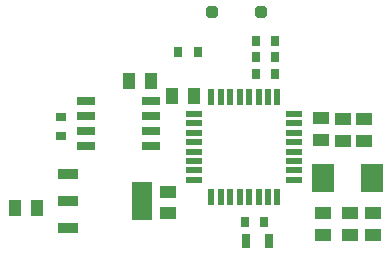
<source format=gtp>
G04*
G04 #@! TF.GenerationSoftware,Altium Limited,Altium Designer,21.4.1 (30)*
G04*
G04 Layer_Color=8421504*
%FSLAX25Y25*%
%MOIN*%
G70*
G04*
G04 #@! TF.SameCoordinates,1284AD4A-ECE2-4980-9B3C-821E3ADC8275*
G04*
G04*
G04 #@! TF.FilePolarity,Positive*
G04*
G01*
G75*
%ADD13R,0.02756X0.03347*%
G04:AMPARAMS|DCode=14|XSize=39.37mil|YSize=39.37mil|CornerRadius=9.84mil|HoleSize=0mil|Usage=FLASHONLY|Rotation=90.000|XOffset=0mil|YOffset=0mil|HoleType=Round|Shape=RoundedRectangle|*
%AMROUNDEDRECTD14*
21,1,0.03937,0.01968,0,0,90.0*
21,1,0.01968,0.03937,0,0,90.0*
1,1,0.01968,0.00984,0.00984*
1,1,0.01968,0.00984,-0.00984*
1,1,0.01968,-0.00984,-0.00984*
1,1,0.01968,-0.00984,0.00984*
%
%ADD14ROUNDEDRECTD14*%
%ADD15R,0.05315X0.03937*%
%ADD16R,0.06890X0.12598*%
%ADD17R,0.06890X0.03740*%
%ADD18R,0.07480X0.09449*%
%ADD19R,0.05807X0.02362*%
%ADD20R,0.02362X0.05807*%
%ADD21R,0.03937X0.05315*%
%ADD22R,0.02953X0.04921*%
%ADD23R,0.06102X0.02756*%
%ADD24R,0.03347X0.02756*%
D13*
X102520Y86898D02*
D03*
X96024D02*
D03*
Y76157D02*
D03*
X102520D02*
D03*
X70150Y83480D02*
D03*
X76646D02*
D03*
X96024Y81528D02*
D03*
X102520D02*
D03*
X92437Y26850D02*
D03*
X98933D02*
D03*
D14*
X97638Y96661D02*
D03*
X81528D02*
D03*
D15*
X124976Y53701D02*
D03*
Y60984D02*
D03*
X117654Y61248D02*
D03*
Y53965D02*
D03*
X66882Y29555D02*
D03*
Y36839D02*
D03*
X132299Y53740D02*
D03*
Y61024D02*
D03*
X118630Y22496D02*
D03*
Y29779D02*
D03*
X135228Y22496D02*
D03*
Y29779D02*
D03*
X127417Y22496D02*
D03*
Y29779D02*
D03*
D16*
X58291Y33685D02*
D03*
D17*
X33488Y24630D02*
D03*
Y33685D02*
D03*
Y42740D02*
D03*
D18*
X134772Y41496D02*
D03*
X118630D02*
D03*
D19*
X108953Y40724D02*
D03*
Y43874D02*
D03*
Y47024D02*
D03*
Y50173D02*
D03*
Y53323D02*
D03*
Y56472D02*
D03*
Y59622D02*
D03*
Y62772D02*
D03*
X75583D02*
D03*
Y59622D02*
D03*
Y56472D02*
D03*
Y53323D02*
D03*
Y50173D02*
D03*
Y47024D02*
D03*
Y43874D02*
D03*
Y40724D02*
D03*
D20*
X103291Y68433D02*
D03*
X100142D02*
D03*
X96992D02*
D03*
X93843D02*
D03*
X90693D02*
D03*
X87543D02*
D03*
X84394D02*
D03*
X81244D02*
D03*
Y35063D02*
D03*
X84394D02*
D03*
X87543D02*
D03*
X90693D02*
D03*
X93843D02*
D03*
X96992D02*
D03*
X100142D02*
D03*
X103291D02*
D03*
D21*
X53740Y73716D02*
D03*
X61024D02*
D03*
X75406Y68835D02*
D03*
X68122D02*
D03*
X15886Y31244D02*
D03*
X23169D02*
D03*
D22*
X92724Y20504D02*
D03*
X100598D02*
D03*
D23*
X61000Y52000D02*
D03*
Y57000D02*
D03*
Y62000D02*
D03*
Y67000D02*
D03*
X39543D02*
D03*
Y62000D02*
D03*
Y57000D02*
D03*
Y52000D02*
D03*
D24*
X31244Y55335D02*
D03*
Y61831D02*
D03*
M02*

</source>
